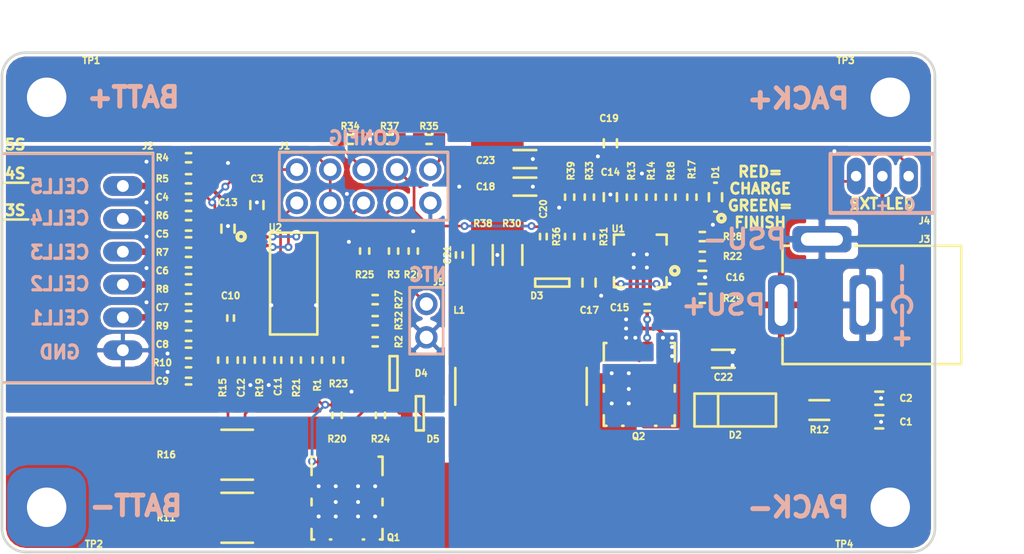
<source format=kicad_pcb>
(kicad_pcb (version 20211014) (generator pcbnew)
  (layers (0 "F.Cu" signal) (31 "B.Cu" signal) (34 "B.Paste" user) (35 "F.Paste" user) (36 "B.SilkS" user "B.Silkscreen") (37 "F.SilkS" user "F.Silkscreen") (38 "B.Mask" user) (39 "F.Mask" user) (44 "Edge.Cuts" user))
  (net 0 "")
  (net 1 "Net-(C3-Pad1)")
  (net 2 "/AVDD")
  (net 3 "Net-(C6-Pad2)")
  (net 4 "Net-(C7-Pad2)")
  (net 5 "Net-(C9-Pad2)")
  (net 6 "GND")
  (net 7 "Net-(C10-Pad2)")
  (net 8 "Net-(C10-Pad1)")
  (net 9 "Net-(R21-Pad2)")
  (net 10 "Net-(D4-Pad2)")
  (net 11 "Net-(U2-Pad15)")
  (net 12 "Net-(R27-Pad2)")
  (net 13 "/CCFG")
  (net 14 "Net-(U2-Pad21)")
  (net 15 "Net-(R25-Pad2)")
  (net 16 "Net-(D4-Pad1)")
  (net 17 "Net-(Q1-Pad3)")
  (net 18 "/PACK+")
  (net 19 "Net-(Q1-Pad2)")
  (net 20 "Net-(Q1-Pad4)")
  (net 21 "Net-(R2-Pad2)")
  (net 22 "Net-(R1-Pad2)")
  (net 23 "Net-(J2-Pad4)")
  (net 24 "Net-(J2-Pad5)")
  (net 25 "Net-(J2-Pad3)")
  (net 26 "Net-(J2-Pad2)")
  (net 27 "Net-(R3-Pad2)")
  (net 28 "Net-(J2-Pad6)")
  (net 29 "Net-(C15-Pad2)")
  (net 30 "Net-(C17-Pad1)")
  (net 31 "Net-(C15-Pad1)")
  (net 32 "Net-(Q2-Pad3)")
  (net 33 "Net-(Q2-Pad1)")
  (net 34 "+24V")
  (net 35 "Net-(C1-Pad2)")
  (net 36 "Net-(C16-Pad1)")
  (net 37 "Net-(R22-Pad1)")
  (net 38 "/TS")
  (net 39 "/VREF")
  (net 40 "Net-(D1-Pad4)")
  (net 41 "Net-(C21-Pad1)")
  (net 42 "Net-(J1-Pad1)")
  (net 43 "Net-(J1-Pad5)")
  (net 44 "Net-(R17-Pad1)")
  (net 45 "Net-(R18-Pad1)")
  (net 46 "/VFB")
  (net 47 "/VC5")
  (net 48 "/VC4")
  (net 49 "/VC3")
  (net 50 "GNDPWR")
  (net 51 "Net-(D1-Pad2)")
  (net 52 "Net-(C22-Pad1)")
  (net 53 "Net-(R35-Pad2)")
  (net 54 "/BATT-")
  (net 55 "Net-(R33-Pad1)")
  (net 56 "Net-(J5-Pad1)")
  (footprint "RENDER:R1206" (layer "F.Cu") (at 151.6 73.4 90)
    (fp_text reference "R38")
    (fp_text value "39m" hide)
  )
  (footprint "RENDER:SOT-23Z" (layer "F.Cu") (at 146.8 85.45 180)
    (fp_text reference "D5")
    (fp_text value "10V" hide)
  )
  (footprint "RENDER:R0603" (layer "F.Cu") (at 129.2 67.6 180)
    (fp_text reference "R5")
    (fp_text value "1K")
  )
  (footprint "RENDER:R0603" (layer "F.Cu") (at 129.2 70.4 180)
    (fp_text reference "R6")
    (fp_text value "1K")
  )
  (footprint "RENDER:TSSOP-24" (layer "F.Cu") (at 137.2 75.6)
    (fp_text reference "U2")
    (fp_text value "BQ77915" hide)
  )
  (footprint "RENDER:R0603" (layer "F.Cu") (at 129.2 73.2 180)
    (fp_text reference "R7")
    (fp_text value "1K")
  )
  (footprint "RENDER:R0603" (layer "F.Cu") (at 129.2 66 180)
    (fp_text reference "R4")
    (fp_text value "1K")
  )
  (footprint "RENDER:SRN1060" (layer "F.Cu") (at 154.5 83.4 90)
    (fp_text reference "L1")
    (fp_text value "10u" hide)
  )
  (footprint "RENDER:SOD-128" (layer "F.Cu") (at 170.8 85.2)
    (fp_text reference "D2")
    (fp_text value "Schottky" hide)
  )
  (footprint "RENDER:C0603" (layer "F.Cu") (at 129.2 83)
    (fp_text reference "C9")
    (fp_text value "100n" hide)
  )
  (footprint "RENDER:C0603" (layer "F.Cu") (at 133.2 81.4 -90)
    (fp_text reference "C12")
    (fp_text value "100n" hide)
  )
  (footprint "RENDER:R0603" (layer "F.Cu") (at 129.2 81.6 180)
    (fp_text reference "R10")
    (fp_text value "1K")
  )
  (footprint "RENDER:R0603" (layer "F.Cu") (at 131.8 81.4 90)
    (fp_text reference "R15")
    (fp_text value "100R")
  )
  (footprint "RENDER:C0603" (layer "F.Cu") (at 129.2 71.8 180)
    (fp_text reference "C5")
    (fp_text value "100n" hide)
  )
  (footprint "RENDER:C0603" (layer "F.Cu") (at 129.2 77.4 180)
    (fp_text reference "C7")
    (fp_text value "100n" hide)
  )
  (footprint "RENDER:R0603" (layer "F.Cu") (at 140.6 81.4 90)
    (fp_text reference "R23")
    (fp_text value "1M")
  )
  (footprint "RENDER:R0603" (layer "F.Cu") (at 143.4 76.8 180)
    (fp_text reference "R27")
    (fp_text value "100k")
  )
  (footprint "RENDER:R0603" (layer "F.Cu") (at 134.6 81.4 90)
    (fp_text reference "R19")
    (fp_text value "100R")
  )
  (footprint "RENDER:R0603" (layer "F.Cu") (at 143.4 80 180)
    (fp_text reference "R2")
    (fp_text value "1M")
  )
  (footprint "RENDER:R0603" (layer "F.Cu") (at 129.2 76 180)
    (fp_text reference "R8")
    (fp_text value "1K")
  )
  (footprint "RENDER:R0603" (layer "F.Cu") (at 129.2 78.8 180)
    (fp_text reference "R9")
    (fp_text value "1K")
  )
  (footprint "RENDER:SO8FLDual" (layer "F.Cu") (at 141.26 89.15 180)
    (fp_text reference "Q1")
    (fp_text value "NMOS" hide)
  )
  (footprint "RENDER:C0603" (layer "F.Cu") (at 129.2 74.6 180)
    (fp_text reference "C6")
    (fp_text value "100n" hide)
  )
  (footprint "RENDER:C0603" (layer "F.Cu") (at 132.4 78.2 90)
    (fp_text reference "C10")
    (fp_text value "100n" hide)
  )
  (footprint "RENDER:R2512SNS" (layer "F.Cu") (at 132.9 88.6 180)
    (fp_text reference "R16")
    (fp_text value "8m" hide)
  )
  (footprint "RENDER:R0603" (layer "F.Cu") (at 146.3 73.1 -90)
    (fp_text reference "R26")
    (fp_text value "10k")
  )
  (footprint "RENDER:R0603" (layer "F.Cu") (at 143.8 85.6 90)
    (fp_text reference "R24")
    (fp_text value "3M3")
  )
  (footprint "RENDER:R0603" (layer "F.Cu") (at 137.4 81.4 90)
    (fp_text reference "R21")
    (fp_text value "10k")
  )
  (footprint "RENDER:C0603" (layer "F.Cu") (at 129.2 69 180)
    (fp_text reference "C4")
    (fp_text value "100n" hide)
  )
  (footprint "RENDER:R0603" (layer "F.Cu") (at 140.5 85.6 90)
    (fp_text reference "R20")
    (fp_text value "1M")
  )
  (footprint "RENDER:R0603" (layer "F.Cu") (at 168.3 72 180)
    (fp_text reference "R28")
    (fp_text value "75K")
  )
  (footprint "RENDER:Pad_6mm" (layer "F.Cu") (at 118.4 92.6)
    (fp_text reference "TP2")
    (fp_text value "BATT-" hide)
  )
  (footprint "RENDER:Pad_6mm" (layer "F.Cu") (at 118.4 61.4)
    (fp_text reference "TP1")
    (fp_text value "BATT+" hide)
  )
  (footprint "RENDER:R0603" (layer "F.Cu") (at 144.8 73.1 90)
    (fp_text reference "R3")
    (fp_text value "10k")
  )
  (footprint "RENDER:R0603" (layer "F.Cu") (at 142.6 73.1 -90)
    (fp_text reference "R25")
    (fp_text value "10k")
  )
  (footprint "RENDER:JSTXH_S6B" (layer "F.Cu") (at 124.2 74.4 90)
    (fp_text reference "J2")
    (fp_text value "BATT" hide)
  )
  (footprint "RENDER:SOT-23Z" (layer "F.Cu") (at 156.877228 75.504922 -90)
    (fp_text reference "D3")
    (fp_text value "Schottky" hide)
  )
  (footprint "RENDER:R0603" (layer "F.Cu") (at 168.3 76.7)
    (fp_text reference "R29")
    (fp_text value "10R")
  )
  (footprint "RENDER:R0603" (layer "F.Cu") (at 159.7 72 -90)
    (fp_text reference "R31")
    (fp_text value "1M")
  )
  (footprint "RENDER:SO8FLDual" (layer "F.Cu") (at 163.5 80.5 180)
    (fp_text reference "Q2")
    (fp_text value "NMOS" hide)
  )
  (footprint "RENDER:R0603" (layer "F.Cu") (at 159.7 69 -90)
    (fp_text reference "R33")
    (fp_text value "100k")
  )
  (footprint "RENDER:R0603" (layer "F.Cu") (at 162.9 69 90)
    (fp_text reference "R13")
    (fp_text value "10K")
  )
  (footprint "RENDER:R0603" (layer "F.Cu") (at 164.4 69 -90)
    (fp_text reference "R14")
    (fp_text value "10K")
  )
  (footprint "RENDER:R0603" (layer "F.Cu") (at 165.9 69 90)
    (fp_text reference "R18")
    (fp_text value "10k")
  )
  (footprint "RENDER:R0603" (layer "F.Cu") (at 168.3 73.5)
    (fp_text reference "R22")
    (fp_text value "1M")
  )
  (footprint "RENDER:C0805" (layer "F.Cu") (at 161.3 69 -90)
    (fp_text reference "C14")
    (fp_text value "1u" hide)
  )
  (footprint "RENDER:C0805" (layer "F.Cu") (at 181.763069 84.3 180)
    (fp_text reference "C2")
    (fp_text value "1u" hide)
  )
  (footprint "RENDER:C0805" (layer "F.Cu") (at 181.763069 86.1 180)
    (fp_text reference "C1")
    (fp_text value "1u" hide)
  )
  (footprint "RENDER:R0603" (layer "F.Cu") (at 147.5 64.6 180)
    (fp_text reference "R35")
    (fp_text value "249k")
  )
  (footprint "RENDER:DC_Jack" (layer "F.Cu") (at 177.4 77.2)
    (fp_text reference "J3")
    (fp_text value "DC Jack" hide)
  )
  (footprint "RENDER:R1206" (layer "F.Cu") (at 153.85 73.4 90)
    (fp_text reference "R30")
    (fp_text value "39m" hide)
  )
  (footprint "RENDER:Pad_6mm" (layer "F.Cu") (at 182.6 61.4)
    (fp_text reference "TP3")
    (fp_text value "PACK+" hide)
  )
  (footprint "RENDER:Pad_6mm" (layer "F.Cu") (at 182.6 92.6)
    (fp_text reference "TP4")
    (fp_text value "PACK-" hide)
  )
  (footprint "RENDER:R0603" (layer "F.Cu") (at 144.5 64.6 180)
    (fp_text reference "R37")
    (fp_text value "249k")
  )
  (footprint "RENDER:C0805" (layer "F.Cu") (at 159.677228 75.504922 -90)
    (fp_text reference "C17")
    (fp_text value "1u" hide)
  )
  (footprint "RENDER:R0603" (layer "F.Cu") (at 167.5 69 90)
    (fp_text reference "R17")
    (fp_text value "10k")
  )
  (footprint "RENDER:C0603" (layer "F.Cu") (at 164.1 77.4 180)
    (fp_text reference "C15")
    (fp_text value "100n" hide)
  )
  (footprint "RENDER:QFN16" (layer "F.Cu") (at 163.577228 73.854922 180)
    (fp_text reference "U1")
    (fp_text value "BQ24650")
  )
  (footprint "RENDER:KingBright_KPTB" (layer "F.Cu") (at 169.3 69 -90)
    (fp_text reference "D1")
    (fp_text value "RED/GREEN" hide)
  )
  (footprint "RENDER:C0603" (layer "F.Cu") (at 149.8 73.4 90)
    (fp_text reference "C21")
    (fp_text value "100n" hide)
  )
  (footprint "RENDER:C1206" (layer "F.Cu") (at 169.9 81.3)
    (fp_text reference "C22")
    (fp_text value "10u" hide)
  )
  (footprint "RENDER:C1206" (layer "F.Cu") (at 154.8 66.1)
    (fp_text reference "C23")
    (fp_text value "10u" hide)
  )
  (footprint "RENDER:C1206" (layer "F.Cu") (at 154.8 68.2)
    (fp_text reference "C18")
    (fp_text value "10u" hide)
  )
  (footprint "RENDER:JSTPH_3P" (layer "F.Cu") (at 182 67.4 180)
    (fp_text reference "J4")
    (fp_text value "EXTLED" hide)
  )
  (footprint "RENDER:R0603" (layer "F.Cu") (at 158.2 69 90)
    (fp_text reference "R39")
    (fp_text value "100k")
  )
  (footprint "RENDER:C0805" (layer "F.Cu") (at 161.3 64.9 90)
    (fp_text reference "C19")
    (fp_text value "1u" hide)
  )
  (footprint "RENDER:R1206" (layer "F.Cu") (at 177.2 85.2 180)
    (fp_text reference "R12")
    (fp_text value "2R" hide)
  )
  (footprint "RENDER:2P_2.54mm_header" (layer "F.Cu") (at 147.3 78.4 -90)
    (fp_text reference "J5")
    (fp_text value "NTC")
  )
  (footprint "RENDER:C0603" (layer "F.Cu") (at 129.2 80.2 180)
    (fp_text reference "C8")
    (fp_text value "100n" hide)
  )
  (footprint "RENDER:R0603" (layer "F.Cu") (at 139 81.4 90)
    (fp_text reference "R1")
    (fp_text value "10k")
  )
  (footprint "RENDER:C0603" (layer "F.Cu") (at 136 81.4 90)
    (fp_text reference "C11")
    (fp_text value "100n" hide)
  )
  (footprint "RENDER:R0603" (layer "F.Cu") (at 143.4 78.4 180)
    (fp_text reference "R32")
    (fp_text value "1M")
  )
  (footprint "RENDER:C0805" (layer "F.Cu") (at 168.3 75.104922)
    (fp_text reference "C16")
    (fp_text value "1u" hide)
  )
  (footprint "RENDER:R2512SNS" (layer "F.Cu") (at 132.9 93.4 180)
    (fp_text reference "R11")
    (fp_text value "8m" hide)
  )
  (footprint "RENDER:R0603" (layer "F.Cu") (at 141.5 64.6)
    (fp_text reference "R34")
    (fp_text value "249k")
  )
  (footprint "RENDER:PinHeader_2x05_P2.54mm_Vertical" (layer "F.Cu") (at 147.6 66.9 -90)
    (fp_text reference "J1")
    (fp_text value "CONFIG")
  )
  (footprint "RENDER:C0805" (layer "F.Cu") (at 134.4 69.6 90)
    (fp_text reference "C3")
    (fp_text value "1u")
  )
  (footprint "RENDER:C0805" (layer "F.Cu") (at 132.2 71.4 90)
    (fp_text reference "C13")
    (fp_text value "1u")
  )
  (footprint "RENDER:R0603" (layer "F.Cu") (at 158.2 72 -90)
    (fp_text reference "R36")
    (fp_text value "33M")
  )
  (footprint "RENDER:C0603" (layer "F.Cu") (at 156.2 72 90)
    (fp_text reference "C20")
    (fp_text value "18p" hide)
  )
  (footprint "RENDER:SOT-23Z" (layer "F.Cu") (at 144.8 82.4)
    (fp_text reference "D4")
    (fp_text value "Schottky" hide)
  )
  (gr_line (start 183.5 75.75) (end 183.5 76.5) (layer "B.SilkS") (width 0.3))
  (gr_line (start 183.5 80.25) (end 183.5 79.25) (layer "B.SilkS") (width 0.3))
  (gr_line (start 184 79.75) (end 183 79.75) (layer "B.SilkS") (width 0.3))
  (gr_line (start 148.95 70.75) (end 136.1 70.75) (layer "B.SilkS") (width 0.2))
  (gr_line (start 136.1 65.6) (end 148.95 65.6) (layer "B.SilkS") (width 0.2))
  (gr_line (start 136.1 70.75) (end 136.1 65.6) (layer "B.SilkS") (width 0.2))
  (gr_line (start 148.95 65.6) (end 148.95 70.75) (layer "B.SilkS") (width 0.2))
  (gr_line (start 146.025 80.925) (end 148.575 80.925) (layer "B.SilkS") (width 0.2))
  (gr_line (start 126.5 83.1) (end 115 83.1) (layer "B.SilkS") (width 0.2))
  (gr_line (start 148.575 80.925) (end 148.575 75.875) (layer "B.SilkS") (width 0.2))
  (gr_line (start 183.5 77.25) (end 183.5 78.75) (layer "B.SilkS") (width 0.3))
  (gr_line (start 185.95 70.2) (end 178.05 70.2) (layer "B.SilkS") (width 0.3))
  (gr_line (start 178.05 65.7) (end 185.95 65.7) (layer "B.SilkS") (width 0.3))
  (gr_line (start 146.025 75.875) (end 148.575 75.875) (layer "B.SilkS") (width 0.2))
  (gr_arc (start 183.000001 77.749999) (mid 183.5 76.542895) (end 183.999999 77.749999) (layer "B.SilkS") (width 0.3))
  (gr_line (start 183.5 75.25) (end 183.5 74.25) (layer "B.SilkS") (width 0.3))
  (gr_line (start 185.95 65.7) (end 185.95 70.2) (layer "B.SilkS") (width 0.3))
  (gr_line (start 146.025 75.875) (end 146.025 80.925) (layer "B.SilkS") (width 0.2))
  (gr_line (start 126.5 65.7) (end 115 65.7) (layer "B.SilkS") (width 0.2))
  (gr_line (start 178.05 70.2) (end 178.05 65.7) (layer "B.SilkS") (width 0.3))
  (gr_line (start 126.5 83.1) (end 126.5 65.7) (layer "B.SilkS") (width 0.2))
  (gr_circle (center 166.2 74.6) (end 166.1 74.7) (layer "F.SilkS") (width 0.3) (fill none))
  (gr_line (start 115 67.9) (end 117 67.9) (layer "F.SilkS") (width 0.2))
  (gr_line (start 115 70.7) (end 117 70.7) (layer "F.SilkS") (width 0.2))
  (gr_circle (center 133.2 72) (end 133.1 72.1) (layer "F.SilkS") (width 0.3) (fill none))
  (gr_circle (center 169.75 70.6) (end 169.8 70.7) (layer "F.SilkS") (width 0.3) (fill none))
  (gr_line (start 184.2 58) (end 116.8 58) (layer "Edge.Cuts") (width 0.2))
  (gr_arc (start 184.2 58) (mid 185.472792 58.527208) (end 186 59.8) (layer "Edge.Cuts") (width 0.2))
  (gr_arc (start 186 94.2) (mid 185.472792 95.472792) (end 184.2 96) (layer "Edge.Cuts") (width 0.2))
  (gr_line (start 186 59.8) (end 186 94.2) (layer "Edge.Cuts") (width 0.2))
  (gr_line (start 184.2 96) (end 116.8 96) (layer "Edge.Cuts") (width 0.2))
  (gr_arc (start 116.8 96) (mid 115.527208 95.472792) (end 115 94.2) (layer "Edge.Cuts") (width 0.2))
  (gr_line (start 115 59.8) (end 115 94.2) (layer "Edge.Cuts") (width 0.2))
  (gr_arc (start 115 59.8) (mid 115.527208 58.527208) (end 116.8 58) (layer "Edge.Cuts") (width 0.2))
  (gr_text "PACK-" (at 175.6 92.6) (layer "B.SilkS") (effects (font (size 1.5 1.5) (thickness 0.375)) (justify mirror)))
  (gr_text "CELL2" (at 119.4 75.6) (layer "B.SilkS") (effects (font (size 1 1) (thickness 0.25)) (justify mirror)))
  (gr_text "GND" (at 119.4 80.8) (layer "B.SilkS") (effects (font (size 1 1) (thickness 0.25)) (justify mirror)))
  (gr_text "CELL5" (at 119.4 68.2) (layer "B.SilkS") (effects (font (size 1 1) (thickness 0.25)) (justify mirror)))
  (gr_text "CELL1" (at 119.4 78.2) (layer "B.SilkS") (effects (font (size 1 1) (thickness 0.25)) (justify mirror)))
  (gr_text "PACK+" (at 175.6 61.5) (layer "B.SilkS") (effects (font (size 1.5 1.5) (thickness 0.375)) (justify mirror)))
  (gr_text "BATT-" (at 125.2 92.5) (layer "B.SilkS") (effects (font (size 1.5 1.5) (thickness 0.375)) (justify mirror)))
  (gr_text "CELL4" (at 119.4 70.6) (layer "B.SilkS") (effects (font (size 1 1) (thickness 0.25)) (justify mirror)))
  (gr_text "CELL3" (at 119.4 73.2) (layer "B.SilkS") (effects (font (size 1 1) (thickness 0.25)) (justify mirror)))
  (gr_text "PSU+" (at 169.9 77.2) (layer "B.SilkS") (effects (font (size 1.5 1.5) (thickness 0.3)) (justify mirror)))
  (gr_text "CONFIG" (at 142.6 64.5) (layer "B.SilkS") (effects (font (size 1 1) (thickness 0.25)) (justify mirror)))
  (gr_text "G  +  R" (at 182 69.6) (layer "B.SilkS") (effects (font (size 0.8 0.8) (thickness 0.2)) (justify mirror)))
  (gr_text "NTC" (at 147.4 74.9) (layer "B.SilkS") (effects (font (size 1 1) (thickness 0.25)) (justify mirror)))
  (gr_text "BATT+" (at 125 61.4) (layer "B.SilkS") (effects (font (size 1.5 1.5) (thickness 0.375)) (justify mirror)))
  (gr_text "PSU-" (at 171.5 72.2) (layer "B.SilkS") (effects (font (size 1.5 1.5) (thickness 0.3)) (justify mirror)))
  (gr_text "4S" (at 116 67.2) (layer "F.SilkS") (effects (font (size 0.8 0.8) (thickness 0.2))))
  (gr_text "3S" (at 116 70) (layer "F.SilkS") (effects (font (size 0.8 0.8) (thickness 0.2))))
  (gr_text "RED=\nCHARGE\nGREEN=\nFINISH" (at 172.7 69) (layer "F.SilkS") (effects (font (size 0.8 0.8) (thickness 0.2))))
  (gr_text "EXT LED" (at 182 69.5) (layer "F.SilkS") (effects (font (size 0.8 0.8) (thickness 0.2))))
  (gr_text "5S" (at 116 65) (layer "F.SilkS") (effects (font (size 0.8 0.8) (thickness 0.2))))
  (segment (start 134.45 70.6) (end 134.45 71.975) (width 0.3) (layer "F.Cu") (net 1))
  (segment (start 131.8 69.2) (end 133 69.2) (width 0.3) (layer "F.Cu") (net 1))
  (segment (start 129.9875 66) (end 130.6 66) (width 0.3) (layer "F.Cu") (net 1))
  (segment (start 131 66.4) (end 131 68.4) (width 0.3) (layer "F.Cu") (net 1))
  (segment (start 134.4 72.025) (end 135.575 72.025) (width 0.2032) (layer "F.Cu") (net 1))
  (segment (start 134.45 71.975) (end 134.4 72.025) (width 0.2032) (layer "F.Cu") (net 1))
  (segment (start 133 69.2) (end 134.4 70.6) (width 0.3) (layer "F.Cu") (net 1))
  (segment (start 135.575 72.025) (end 135.6 72) (width 0.2032) (layer "F.Cu") (net 1))
  (segment (start 130.6 66) (end 131 66.4) (width 0.3) (layer "F.Cu") (net 1))
  (segment (start 131 68.4) (end 131.8 69.2) (width 0.3) (layer "F.Cu") (net 1))
  (segment (start 129.9875 66) (end 130.2 66) (width 0.3) (layer "F.Cu") (net 1))
  (segment (start 142.6 71.9) (end 142.2 71.5) (width 0.2032) (layer "F.Cu") (net 1))
  (segment (start 142.6 72.6125) (end 142.6 71.9) (width 0.2032) (layer "F.Cu") (net 1))
  (segment (start 142.2 71.5) (end 137.9 71.5) (width 0.2032) (layer "F.Cu") (net 1))
  (segment (start 137.9 71.5) (end 137.4 72) (width 0.2032) (layer "F.Cu") (net 1))
  (via (at 135.6 72) (size 0.6) (drill 0.3) (layers "F.Cu" "B.Cu") (net 1))
  (via (at 137.4 72) (size 0.6) (drill 0.3) (layers "F.Cu" "B.Cu") (net 1))
  (segment (start 135.6 72) (end 137.4 72) (width 0.2032) (layer "B.Cu") (net 1))
  (segment (start 135.475 72.675) (end 134.4 72.675) (width 0.2032) (layer "F.Cu") (net 2))
  (segment (start 140.66 70.7) (end 141.26 70.7) (width 0.2032) (layer "F.Cu") (net 2))
  (segment (start 141.26 70.7) (end 142.52 69.44) (width 0.2032) (layer "F.Cu") (net 2))
  (segment (start 136.8 71.6) (end 137.7 70.7) (width 0.2032) (layer "F.Cu") (net 2))
  (segment (start 136.8 72.8) (end 136.8 71.6) (width 0.2032) (layer "F.Cu") (net 2))
  (segment (start 137.7 70.7) (end 140.66 70.7) (width 0.2032) (layer "F.Cu") (net 2))
  (segment (start 135.6 72.8) (end 135.475 72.675) (width 0.2032) (layer "F.Cu") (net 2))
  (segment (start 134.4 72.675) (end 132.525 72.675) (width 0.2032) (layer "F.Cu") (net 2))
  (segment (start 132.525 72.675) (end 132.4 72.55) (width 0.2032) (layer "F.Cu") (net 2))
  (via (at 135.6 72.8) (size 0.6) (drill 0.3) (layers "F.Cu" "B.Cu") (net 2))
  (via (at 136.8 72.8) (size 0.6) (drill 0.3) (layers "F.Cu" "B.Cu") (net 2))
  (segment (start 136.8 72.8) (end 135.6 72.8) (width 0.2032) (layer "B.Cu") (net 2))
  (segment (start 129.9875 77.3625) (end 129.95 77.4) (width 0.2032) (layer "F.Cu") (net 3))
  (segment (start 129.9875 76) (end 129.9875 77.3625) (width 0.2032) (layer "F.Cu") (net 3))
  (segment (start 128.45 74.6) (end 128.5875 74.6) (width 0.2032) (layer "F.Cu") (net 3))
  (segment (start 128.5875 74.6) (end 129.9875 76) (width 0.2032) (layer "F.Cu") (net 3))
  (segment (start 131.325 75.275) (end 130.6 76) (width 0.2032) (layer "F.Cu") (net 3))
  (segment (start 130.6 76) (end 129.9875 76) (width 0.2032) (layer "F.Cu") (net 3))
  (segment (start 134.4 75.275) (end 131.325 75.275) (width 0.2032) (layer "F.Cu") (net 3))
  (segment (start 129.9875 80.1625) (end 129.95 80.2) (width 0.2032) (layer "F.Cu") (net 4))
  (segment (start 128.45 77.4) (end 128.5875 77.4) (width 0.2032) (layer "F.Cu") (net 4))
  (segment (start 128.5875 77.4) (end 129.9875 78.8) (width 0.2032) (layer "F.Cu") (net 4))
  (segment (start 129.9875 78.8) (end 129.9875 80.1625) (width 0.2032) (layer "F.Cu") (net 4))
  (segment (start 134.4 75.925) (end 131.475 75.925) (width 0.2032) (layer "F.Cu") (net 4))
  (segment (start 130.8 78.5) (end 130.5 78.8) (width 0.2032) (layer "F.Cu") (net 4))
  (segment (start 130.5 78.8) (end 129.9875 78.8) (width 0.2032) (layer "F.Cu") (net 4))
  (segment (start 130.8 76.6) (end 130.8 78.5) (width 0.2032) (layer "F.Cu") (net 4))
  (segment (start 131.475 75.925) (end 130.8 76.6) (width 0.2032) (layer "F.Cu") (net 4))
  (segment (start 129.9875 81.6) (end 129.9875 82.9625) (width 0.2032) (layer "F.Cu") (net 5))
  (segment (start 129.9875 82.7625) (end 129.95 82.8) (width 0.2032) (layer "F.Cu") (net 5))
  (segment (start 129.9875 82.9625) (end 129.95 83) (width 0.2032) (layer "F.Cu") (net 5))
  (segment (start 131.625 76.575) (end 131.2 77) (width 0.2032) (layer "F.Cu") (net 5))
  (segment (start 131.2 77) (end 131.2 79.6) (width 0.2032) (layer "F.Cu") (net 5))
  (segment (start 134.4 76.575) (end 131.625 76.575) (width 0.2032) (layer "F.Cu") (net 5))
  (segment (start 130.8 80.7875) (end 130.5875 81) (width 0.2032) (layer "F.Cu") (net 5))
  (segment (start 131.2 79.6) (end 130.8 80) (width 0.2032) (layer "F.Cu") (net 5))
  (segment (start 130.5875 81) (end 129.9875 81.6) (width 0.2032) (layer "F.Cu") (net 5))
  (segment (start 130.8 80) (end 130.8 80.7875) (width 0.2032) (layer "F.Cu") (net 5))
  (segment (start 140 72.675) (end 140 72.025) (width 0.2032) (layer "F.Cu") (net 6))
  (segment (start 140 77.225) (end 138.9 77.225) (width 0.2032) (layer "F.Cu") (net 6))
  (segment (start 134.4 77.225) (end 135.5 77.225) (width 0.2032) (layer "F.Cu") (net 6))
  (via (at 126 74.4) (size 0.6) (drill 0.3) (layers "F.Cu" "B.Cu") (net 6))
  (via (at 141.4 72.4) (size 0.6) (drill 0.3) (layers "F.Cu" "B.Cu") (net 6))
  (via (at 132.2 71.2) (size 0.6) (drill 0.3) (layers "F.Cu" "B.Cu") (net 6))
  (via (at 126 77) (size 0.6) (drill 0.3) (layers "F.Cu" "B.Cu") (net 6))
  (via (at 134.4 69.4) (size 0.6) (drill 0.3) (layers "F.Cu" "B.Cu") (net 6))
  (via (at 126 66.3) (size 0.6) (drill 0.3) (layers "F.Cu" "B.Cu") (net 6))
  (via (at 133.9 83.3) (size 0.6) (drill 0.3) (layers "F.Cu" "B.Cu") (net 6))
  (via (at 135.3 83.3) (size 0.6) (drill 0.3) (layers "F.Cu" "B.Cu") (net 6))
  (via (at 135.5 77.225) (size 0.6) (drill 0.3) (layers "F.Cu" "B.Cu") (net 6))
  (via (at 132.2 66.4) (size 0.6) (drill 0.3) (layers "F.Cu" "B.Cu") (net 6))
  (via (at 126 72) (size 0.6) (drill 0.3) (layers "F.Cu" "B.Cu") (net 6))
  (via (at 138.9 77.225) (size 0.6) (drill 0.3) (layers "F.Cu" "B.Cu") (net 6))
  (via (at 126 69.4) (size 0.6) (drill 0.3) (layers "F.Cu" "B.Cu") (net 6))
  (via (at 146.3 71.6) (size 0.6) (drill 0.3) (layers "F.Cu" "B.Cu") (net 6))
  (via (at 127.6 82.3) (size 0.6) (drill 0.3) (layers "F.Cu" "B.Cu") (net 6))
  (via (at 141.6 83.8) (size 0.6) (drill 0.3) (layers "F.Cu" "B.Cu") (net 6))
  (via (at 141.25 68.75) (size 0.6) (drill 0.3) (layers "F.Cu" "B.Cu") (net 6))
  (via (at 127.6 80.9) (size 0.6) (drill 0.3) (layers "F.Cu" "B.Cu") (net 6))
  (segment (start 131.95 77.45) (end 132.4 77.45) (width 0.2032) (layer "F.Cu") (net 7))
  (segment (start 133.375 77.875) (end 132.95 77.45) (width 0.2032) (layer "F.Cu") (net 7))
  (segment (start 132.95 77.45) (end 132.4 77.45) (width 0.2032) (layer "F.Cu") (net 7))
  (segment (start 134.4 77.875) (end 133.375 77.875) (width 0.2032) (layer "F.Cu") (net 7))
  (segment (start 131.8 80.6125) (end 133.1625 80.6125) (width 0.2032) (layer "F.Cu") (net 7))
  (segment (start 133.1625 80.6125) (end 133.2 80.65) (width 0.2032) (layer "F.Cu") (net 7))
  (segment (start 131.6375 80.6125) (end 131.6 80.65) (width 0.2032) (layer "F.Cu") (net 7))
  (segment (start 131.8 79.8) (end 131.6 79.6) (width 0.2032) (layer "F.Cu") (net 7))
  (segment (start 131.6 77.8) (end 131.95 77.45) (width 0.2032) (layer "F.Cu") (net 7))
  (segment (start 131.8 80.6125) (end 131.8 79.8) (width 0.2032) (layer "F.Cu") (net 7))
  (segment (start 131.6 79.6) (end 131.6 77.8) (width 0.2032) (layer "F.Cu") (net 7))
  (segment (start 135.9625 80.6125) (end 136 80.65) (width 0.2032) (layer "F.Cu") (net 8))
  (segment (start 134.4 78.525) (end 133.375 78.525) (width 0.2032) (layer "F.Cu") (net 8))
  (segment (start 133.375 78.525) (end 132.95 78.95) (width 0.2032) (layer "F.Cu") (net 8))
  (segment (start 134.6 80.6125) (end 135.9625 80.6125) (width 0.2032) (layer "F.Cu") (net 8))
  (segment (start 132.95 78.95) (end 132.4 78.95) (width 0.2032) (layer "F.Cu") (net 8))
  (segment (start 132.4 78.95) (end 132.4 79.5) (width 0.2032) (layer "F.Cu") (net 8))
  (segment (start 132.4 79.5) (end 132.7 79.8) (width 0.2032) (layer "F.Cu") (net 8))
  (segment (start 134.6 80) (end 134.6 80.6125) (width 0.2032) (layer "F.Cu") (net 8))
  (segment (start 132.7 79.8) (end 134.4 79.8) (width 0.2032) (layer "F.Cu") (net 8))
  (segment (start 134.4 79.8) (end 134.6 80) (width 0.2032) (layer "F.Cu") (net 8))
  (segment (start 134.4 79.175) (end 136.575 79.175) (width 0.2032) (layer "F.Cu") (net 9))
  (segment (start 136.575 79.175) (end 137.4 80) (width 0.2032) (layer "F.Cu") (net 9))
  (segment (start 137.4 80) (end 137.4 80.6125) (width 0.2032) (layer "F.Cu") (net 9))
  (segment (start 139.025 82.1875) (end 140.6 80.6125) (width 0.2032) (layer "F.Cu") (net 10))
  (segment (start 139 82.1875) (end 139.025 82.1875) (width 0.2032) (layer "F.Cu") (net 10))
  (segment (start 143.8 81.45) (end 142.35 81.45) (width 0.2032) (layer "F.Cu") (net 10))
  (segment (start 141.5125 80.6125) (end 140.6 80.6125) (width 0.2032) (layer "F.Cu") (net 10))
  (segment (start 142.35 81.45) (end 141.5125 80.6125) (width 0.2032) (layer "F.Cu") (net 10))
  (segment (start 140 76.575) (end 141.275 76.575) (width 0.2032) (layer "F.Cu") (net 12))
  (segment (start 141.275 76.575) (end 141.5 76.8) (width 0.2032) (layer "F.Cu") (net 12))
  (segment (start 141.5 76.8) (end 142.6125 76.8) (width 0.2032) (layer "F.Cu") (net 12))
  (segment (start 141.3 74.8) (end 143.2 74.8) (width 0.2032) (layer "F.Cu") (net 13))
  (segment (start 141.125 74.625) (end 141.3 74.8) (width 0.2032) (layer "F.Cu") (net 13))
  (segment (start 140 74.625) (end 141.125 74.625) (width 0.2032) (layer "F.Cu") (net 13))
  (segment (start 143.5 71) (end 145.06 69.44) (width 0.2032) (layer "F.Cu") (net 13))
  (segment (start 143.2 74.8) (end 143.5 74.5) (width 0.2032) (layer "F.Cu") (net 13))
  (segment (start 143.5 74.5) (end 143.5 71) (width 0.2032) (layer "F.Cu") (net 13))
  (segment (start 140 73.325) (end 141.125 73.325) (width 0.2032) (layer "F.Cu") (net 15))
  (segment (start 141.125 73.325) (end 141.6875 73.8875) (width 0.2032) (layer "F.Cu") (net 15))
  (segment (start 141.6875 73.8875) (end 142.6 73.8875) (width 0.2032) (layer "F.Cu") (net 15))
  (segment (start 141.895 89.15) (end 141.975 89.07) (width 0.2032) (layer "F.Cu") (net 16))
  (segment (start 144.6125 84.8125) (end 145.25 85.45) (width 0.2032) (layer "F.Cu") (net 16))
  (segment (start 142.9875 84.8125) (end 143.8 84.8125) (width 0.2032) (layer "F.Cu") (net 16))
  (segment (start 141.895 86.2) (end 141.895 85.905) (width 0.2032) (layer "F.Cu") (net 16))
  (segment (start 145.25 85.45) (end 145.8 85.45) (width 0.2032) (layer "F.Cu") (net 16))
  (segment (start 141.895 85.905) (end 142.9875 84.8125) (width 0.2032) (layer "F.Cu") (net 16))
  (segment (start 141.4125 82.4) (end 141.2 82.1875) (width 0.2032) (layer "F.Cu") (net 16))
  (segment (start 145.8 82.4) (end 145.8 85.45) (width 0.2032) (layer "F.Cu") (net 16))
  (segment (start 141.895 89.15) (end 141.895 86.2) (width 0.2032) (layer "F.Cu") (net 16))
  (segment (start 143.8 84.8125) (end 144.6125 84.8125) (width 0.2032) (layer "F.Cu") (net 16))
  (segment (start 145.8 82.4) (end 141.4125 82.4) (width 0.2032) (layer "F.Cu") (net 16))
  (segment (start 141.2 82.1875) (end 140.6 82.1875) (width 0.2032) (layer "F.Cu") (net 16))
  (segment (start 139.6125 84.8125) (end 140.5 84.8125) (width 0.2032) (layer "F.Cu") (net 17))
  (segment (start 139.355 89.15) (end 138.65 89.15) (width 0.2032) (layer "F.Cu") (net 17))
  (segment (start 138.65 89.15) (end 138.6 89.1) (width 0.2032) (layer "F.Cu") (net 17))
  (segment (start 139.6 84.8) (end 139.6125 84.8125) (width 0.2032) (layer "F.Cu") (net 17))
  (segment (start 137.4 82.1875) (end 137.4 82.4) (width 0.2032) (layer "F.Cu") (net 17))
  (segment (start 137.4 82.8) (end 139.4 84.8) (width 0.2032) (layer "F.Cu") (net 17))
  (segment (start 137.4 82.1875) (end 137.4 82.8) (width 0.2032) (layer "F.Cu") (net 17))
  (segment (start 139.4 84.8) (end 139.6 84.8) (width 0.2032) (layer "F.Cu") (net 17))
  (via (at 138.6 89.1) (size 0.6) (drill 0.3) (layers "F.Cu" "B.Cu") (net 17))
  (via (at 139.6 84.8) (size 0.6) (drill 0.3) (layers "F.Cu" "B.Cu") (net 17))
  (segment (start 138.6 85.8) (end 139.6 84.8) (width 0.2032) (layer "B.Cu") (net 17))
  (segment (start 138.6 89.1) (end 138.6 85.8) (width 0.2032) (layer "B.Cu") (net 17))
  (segment (start 150.5 71.95) (end 149.8 72.65) (width 0.2032) (layer "F.Cu") (net 18))
  (segment (start 151.6 71.95) (end 150.5 71.95) (width 0.2032) (layer "F.Cu") (net 18))
  (segment (start 153.85 72.65) (end 153.85 71.95) (width 0.2032) (layer "F.Cu") (net 18))
  (segment (start 161.827228 73.104922) (end 160.904922 73.104922) (width 0.2032) (layer "F.Cu") (net 18))
  (segment (start 154.4 73.2) (end 153.85 72.65) (width 0.2032) (layer "F.Cu") (net 18))
  (segment (start 160.904922 73.104922) (end 160.5875 72.7875) (width 0.2032) (layer "F.Cu") (net 18))
  (segment (start 160.5875 72.7875) (end 159.7 72.7875) (width 0.2032) (layer "F.Cu") (net 18))
  (segment (start 158.2 72.7875) (end 156.8375 72.7875) (width 0.2032) (layer "F.Cu") (net 18))
  (segment (start 159.6625 72.75) (end 159.7 72.7875) (width 0.2032) (layer "F.Cu") (net 18))
  (segment (start 158.4 72.75) (end 159.6625 72.75) (width 0.2032) (layer "F.Cu") (net 18))
  (segment (start 155.65 72.75) (end 156.2 72.75) (width 0.2032) (layer "F.Cu") (net 18))
  (segment (start 154.4 73.2) (end 155.2 73.2) (width 0.2032) (layer "F.Cu") (net 18))
  (segment (start 156.2375 72.7875) (end 156.2 72.75) (width 0.2032) (layer "F.Cu") (net 18))
  (segment (start 156.8375 72.7875) (end 156.2375 72.7875) (width 0.2032) (layer "F.Cu") (net 18))
  (segment (start 155.2 73.2) (end 155.65 72.75) (width 0.2032) (layer "F.Cu") (net 18))
  (segment (start 134.6 84.2) (end 134.6 82.1875) (width 0.2032) (layer "F.Cu") (net 19))
  (segment (start 133.9 88.6) (end 133.5 88.2) (width 0.2032) (layer "F.Cu") (net 19))
  (segment (start 133.5 85.5) (end 134.6 84.4) (width 0.2032) (layer "F.Cu") (net 19))
  (segment (start 134.6 84.4) (end 134.6 84.2) (width 0.2032) (layer "F.Cu") (net 19))
  (segment (start 135.8 88.6) (end 133.9 88.6) (width 0.2032) (layer "F.Cu") (net 19))
  (segment (start 133.5 88.2) (end 133.5 85.5) (width 0.2032) (layer "F.Cu") (net 19))
  (via (at 142.1 92.2) (size 0.6) (drill 0.3) (layers "F.Cu" "B.Cu") (net 20))
  (via (at 140.4 93.3) (size 0.6) (drill 0.3) (layers "F.Cu" "B.Cu") (net 20))
  (via (at 143.4 93.3) (size 0.6) (drill 0.3) (layers "F.Cu" "B.Cu") (net 20))
  (via (at 139.1 93.3) (size 0.6) (drill 0.3) (layers "F.Cu" "B.Cu") (net 20))
  (via (at 139.1 91) (size 0.6) (drill 0.3) (layers "F.Cu" "B.Cu") (net 20))
  (via (at 143.4 91) (size 0.6) (drill 0.3) (layers "F.Cu" "B.Cu") (net 20))
  (via (at 142.1 93.3) (size 0.6) (drill 0.3) (layers "F.Cu" "B.Cu") (net 20))
  (via (at 140.4 91) (size 0.6) (drill 0.3) (layers "F.Cu" "B.Cu") (net 20))
  (via (at 140.4 92.2) (size 0.6) (drill 0.3) (layers "F.Cu" "B.Cu") (net 20))
  (via (at 142.1 91) (size 0.6) (drill 0.3) (layers "F.Cu" "B.Cu") (net 20))
  (segment (start 142.6125 78.4) (end 142.6125 80) (width 0.2032) (layer "F.Cu") (net 21))
  (segment (start 140 78.525) (end 141.275 78.525) (width 0.2032) (layer "F.Cu") (net 21))
  (segment (start 141.275 78.525) (end 141.4 78.4) (width 0.2032) (layer "F.Cu") (net 21))
  (segment (start 141.4 78.4) (end 142.6125 78.4) (width 0.2032) (layer "F.Cu") (net 21))
  (segment (start 140 79.6125) (end 139 80.6125) (width 0.2032) (layer "F.Cu") (net 22))
  (segment (start 140 79.175) (end 140 79.6125) (width 0.2032) (layer "F.Cu") (net 22))
  (segment (start 128.3625 73.15) (end 128.4125 73.2) (width 0.5) (layer "F.Cu") (net 23))
  (segment (start 124.2 73.15) (end 128.3625 73.15) (width 0.5) (layer "F.Cu") (net 23))
  (segment (start 126.6 70.4) (end 126.35 70.65) (width 0.5) (layer "F.Cu") (net 24))
  (segment (start 126.6 70.4) (end 128.4125 70.4) (width 0.5) (layer "F.Cu") (net 24))
  (segment (start 126.35 70.65) (end 124 70.65) (width 0.5) (layer "F.Cu") (net 24))
  (segment (start 127 76) (end 128.4125 76) (width 0.5) (layer "F.Cu") (net 25))
  (segment (start 127 76) (end 126.65 75.65) (width 0.5) (layer "F.Cu") (net 25))
  (segment (start 126.65 75.65) (end 124 75.65) (width 0.5) (layer "F.Cu") (net 25))
  (segment (start 126.55 78.15) (end 124 78.15) (width 0.5) (layer "F.Cu") (net 26))
  (segment (start 127.2 78.8) (end 128.4125 78.8) (width 0.5) (layer "F.Cu") (net 26))
  (segment (start 127.2 78.8) (end 126.55 78.15) (width 0.5) (layer "F.Cu") (net 26))
  (segment (start 144.175 72.325) (end 144.7875 72.325) (width 0.2032) (layer "F.Cu") (net 27))
  (segment (start 143.425 75.275) (end 143.9 74.8) (width 0.2032) (layer "F.Cu") (net 27))
  (segment (start 144.7875 72.325) (end 144.8 72.3125) (width 0.2032) (layer "F.Cu") (net 27))
  (segment (start 143.9 72.6) (end 144.175 72.325) (width 0.2032) (layer "F.Cu") (net 27))
  (segment (start 140 75.275) (end 143.425 75.275) (width 0.2032) (layer "F.Cu") (net 27))
  (segment (start 143.9 74.8) (end 143.9 72.6) (width 0.2032) (layer "F.Cu") (net 27))
  (segment (start 126.6 67.6) (end 128.4125 67.6) (width 0.5) (layer "F.Cu") (net 28))
  (segment (start 124 68.15) (end 126.05 68.15) (width 0.5) (layer "F.Cu") (net 28))
  (segment (start 126.05 68.15) (end 126.6 67.6) (width 0.5) (layer "F.Cu") (net 28))
  (segment (start 128.4125 67.6) (end 128.4125 66) (width 0.5) (layer "F.Cu") (net 28))
  (segment (start 165.3 79.4) (end 165.3 80.5) (width 0.28) (layer "F.Cu") (net 29))
  (segment (start 163.35 78.55) (end 163.8 79) (width 0.28) (layer "F.Cu") (net 29))
  (segment (start 163.8 79) (end 164.9 79) (width 0.28) (layer "F.Cu") (net 29))
  (segment (start 163.327228 77.377228) (end 163.35 77.4) (width 0.28) (layer "F.Cu") (net 29))
  (segment (start 164.9 79) (end 165.3 79.4) (width 0.28) (layer "F.Cu") (net 29))
  (segment (start 163.35 77.4) (end 163.35 78.55) (width 0.28) (layer "F.Cu") (net 29))
  (segment (start 163.327228 75.604922) (end 163.327228 77.377228) (width 0.28) (layer "F.Cu") (net 29))
  (via (at 162.7 84.7) (size 0.6) (drill 0.3) (layers "F.Cu" "B.Cu") (net 29))
  (via (at 166 81.1) (size 0.6) (drill 0.3) (layers "F.Cu" "B.Cu") (net 29))
  (via (at 166 80.4) (size 0.6) (drill 0.3) (layers "F.Cu" "B.Cu") (net 29))
  (via (at 161.4 84.7) (size 0.6) (drill 0.3) (layers "F.Cu" "B.Cu") (net 29))
  (via (at 166 79.7) (size 0.6) (drill 0.3) (layers "F.Cu" "B.Cu") (net 29))
  (via (at 165.3 79.7) (size 0.6) (drill 0.3) (layers "F.Cu" "B.Cu") (net 29))
  (via (at 161.4 82.4) (size 0.6) (drill 0.3) (layers "F.Cu" "B.Cu") (net 29))
  (via (at 162.7 82.4) (size 0.6) (drill 0.3) (layers "F.Cu" "B.Cu") (net 29))
  (via (at 162.7 83.6) (size 0.6) (drill 0.3) (layers "F.Cu" "B.Cu") (net 29))
  (segment (start 159.777228 74.604922) (end 159.677228 74.504922) (width 0.2032) (layer "F.Cu") (net 30))
  (segment (start 161.827228 74.604922) (end 159.777228 74.604922) (width 0.2032) (layer "F.Cu") (net 30))
  (segment (start 159.677228 74.504922) (end 157.827228 74.504922) (width 0.2032) (layer "F.Cu") (net 30))
  (segment (start 162.1 75.6) (end 157.78215 75.6) (width 0.2032) (layer "F.Cu") (net 31))
  (segment (start 164.8 75.6) (end 164.33215 75.6) (width 0.2032) (layer "F.Cu") (net 31))
  (segment (start 164.33215 75.6) (end 164.327228 75.604922) (width 0.2032) (layer "F.Cu") (net 31))
  (segment (start 157.78215 75.6) (end 156.877228 76.504922) (width 0.2032) (layer "F.Cu") (net 31))
  (segment (start 164.327228 76.227228) (end 164.85 76.75) (width 0.28) (layer "F.Cu") (net 31))
  (segment (start 164.327228 75.604922) (end 164.327228 76.227228) (width 0.28) (layer "F.Cu") (net 31))
  (segment (start 164.85 76.75) (end 164.85 77.4) (width 0.28) (layer "F.Cu") (net 31))
  (via (at 162.1 75.6) (size 0.6) (drill 0.3) (layers "F.Cu" "B.Cu") (net 31))
  (via (at 164.8 75.6) (size 0.6) (drill 0.3) (layers "F.Cu" "B.Cu") (net 31))
  (segment (start 162.1 75.6) (end 164.8 75.6) (width 0.2032) (layer "B.Cu") (net 31))
  (segment (start 162.827228 75.604922) (end 162.827228 76.172772) (width 0.28) (layer "F.Cu") (net 32))
  (segment (start 161.595 77.405) (end 161.595 80.5) (width 0.28) (layer "F.Cu") (net 32))
  (segment (start 162.827228 76.172772) (end 161.595 77.405) (width 0.28) (layer "F.Cu") (net 32))
  (segment (start 164.1 79.7) (end 164.1 80.465) (width 0.28) (layer "F.Cu") (net 33))
  (segment (start 164.1 80.465) (end 164.135 80.5) (width 0.28) (layer "F.Cu") (net 33))
  (segment (start 163.827228 76.527228) (end 164.1 76.8) (width 0.28) (layer "F.Cu") (net 33))
  (segment (start 163.827228 75.604922) (end 163.827228 76.527228) (width 0.28) (layer "F.Cu") (net 33))
  (segment (start 164.1 76.8) (end 164.1 78.3) (width 0.28) (layer "F.Cu") (net 33))
  (via (at 164.1 79.7) (size 0.6) (drill 0.3) (layers "F.Cu" "B.Cu") (net 33))
  (via (at 164.1 78.3) (size 0.6) (drill 0.3) (layers "F.Cu" "B.Cu") (net 33))
  (segment (start 164.1 78.3) (end 164.1 79.7) (width 0.28) (layer "B.Cu") (net 33))
  (segment (start 168.87 69.825) (end 169.73 69.825) (width 0.2032) (layer "F.Cu") (net 34))
  (segment (start 170.9 68.3) (end 172.4 68.3) (width 0.2032) (layer "F.Cu") (net 34))
  (segment (start 169.0875 73.5) (end 172.4 73.5) (width 0.2032) (layer "F.Cu") (net 34))
  (segment (start 169.73 69.47) (end 170.9 68.3) (width 0.2032) (layer "F.Cu") (net 34))
  (segment (start 169.73 69.825) (end 169.73 69.47) (width 0.2032) (layer "F.Cu") (net 34))
  (segment (start 166.477228 75.104922) (end 167.277228 75.104922) (width 0.2032) (layer "F.Cu") (net 36))
  (segment (start 167.5125 76.0125) (end 167.5125 76.7) (width 0.28) (layer "F.Cu") (net 36))
  (segment (start 167.3 75.104922) (end 166.477228 75.104922) (width 0.28) (layer "F.Cu") (net 36))
  (segment (start 165.327228 74.604922) (end 165.977228 74.604922) (width 0.28) (layer "F.Cu") (net 36))
  (segment (start 165.977228 74.604922) (end 166.477228 75.104922) (width 0.28) (layer "F.Cu") (net 36))
  (segment (start 167.3 75.8) (end 167.5125 76.0125) (width 0.28) (layer "F.Cu") (net 36))
  (segment (start 167.3 75.104922) (end 167.3 75.8) (width 0.28) (layer "F.Cu") (net 36))
  (segment (start 166.8 73.5) (end 167.5125 73.5) (width 0.2032) (layer "F.Cu") (net 37))
  (segment (start 165.327228 74.104922) (end 166.195078 74.104922) (width 0.2032) (layer "F.Cu") (net 37))
  (segment (start 166.195078 74.104922) (end 166.8 73.5) (width 0.2032) (layer "F.Cu") (net 37))
  (segment (start 167.5125 72) (end 167.5125 73.5) (width 0.2032) (layer "F.Cu") (net 37))
  (segment (start 166.7 69.2) (end 166.5 69) (width 0.2032) (layer "F.Cu") (net 38))
  (segment (start 164.6 69) (end 164.4 69.2) (width 0.2032) (layer "F.Cu") (net 38))
  (segment (start 165.327228 73.104922) (end 165.327228 71.872772) (width 0.2032) (layer "F.Cu") (net 38))
  (segment (start 166.5 69) (end 164.6 69) (width 0.2032) (layer "F.Cu") (net 38))
  (segment (start 164.4 69.2) (end 164.4 69.7875) (width 0.2032) (layer "F.Cu") (net 38))
  (segment (start 165.327228 71.872772) (end 166.7 70.5) (width 0.2032) (layer "F.Cu") (net 38))
  (segment (start 166.7 70.5) (end 166.7 69.2) (width 0.2032) (layer "F.Cu") (net 38))
  (segment (start 162.8 69.7875) (end 164.3 69.7875) (width 0.2032) (layer "F.Cu") (net 38))
  (segment (start 161.3 69.8) (end 161.3 70) (width 0.2032) (layer "F.Cu") (net 39))
  (segment (start 162.8875 68.2125) (end 161.3 69.8) (width 0.2032) (layer "F.Cu") (net 39))
  (segment (start 162.9 68.2125) (end 162.8875 68.2125) (width 0.2032) (layer "F.Cu") (net 39))
  (segment (start 162.9 70.8) (end 161.5 70.8) (width 0.2032) (layer "F.Cu") (net 39))
  (segment (start 161.3 70.6) (end 161.3 70) (width 0.2032) (layer "F.Cu") (net 39))
  (segment (start 163.327228 72.104922) (end 163.327228 71.227228) (width 0.2032) (layer "F.Cu") (net 39))
  (segment (start 163.827228 72.104922) (end 163.827228 71.127228) (width 0.2032) (layer "F.Cu") (net 39))
  (segment (start 163.5 70.8) (end 162.9 70.8) (width 0.2032) (layer "F.Cu") (net 39))
  (segment (start 163.827228 71.127228) (end 163.5 70.8) (width 0.2032) (layer "F.Cu") (net 39))
  (segment (start 163.327228 71.227228) (end 162.9 70.8) (width 0.2032) (layer "F.Cu") (net 39))
  (segment (start 161.5 70.8) (end 161.3 70.6) (width 0.2032) (layer "F.Cu") (net 39))
  (segment (start 168.87 68.175) (end 168.87 67.67) (width 0.2032) (layer "F.Cu") (net 40))
  (segment (start 168.87 67.67) (end 168.6 67.4) (width 0.2032) (layer "F.Cu") (net 40))
  (segment (start 166.2 67.4) (end 165.9 67.7) (width 0.2032) (layer "F.Cu") (net 40))
  (segment (start 165.9 67.7) (end 165.9 68.2125) (width 0.2032) (layer "F.Cu") (net 40))
  (segment (start 168.6 67.4) (end 166.2 67.4) (width 0.2032) (layer "F.Cu") (net 40))
  (segment (start 177.8 67.4) (end 179.6 65.6) (width 0.2032) (layer "F.Cu") (net 40))
  (segment (start 179.6 65.6) (end 183 65.6) (width 0.2032) (layer "F.Cu") (net 40))
  (segment (start 184 66.6) (end 184 67.4) (width 0.2032) (layer "F.Cu") (net 40))
  (segment (start 168.6 67.4) (end 177.8 67.4) (width 0.2032) (layer "F.Cu") (net 40))
  (segment (start 183 65.6) (end 184 66.6) (width 0.2032) (layer "F.Cu") (net 40))
  (segment (start 154.445078 73.604922) (end 153.85 74.2) (width 0.2032) (layer "F.Cu") (net 41))
  (segment (start 150.5 74.85) (end 149.8 74.15) (width 0.2032) (layer "F.Cu") (net 41))
  (segment (start 151.6 74.85) (end 150.5 74.85) (width 0.2032) (layer "F.Cu") (net 41))
  (segment (start 153.85 74.2) (end 153.85 74.85) (width 0.2032) (layer "F.Cu") (net 41))
  (segment (start 161.827228 73.604922) (end 154.445078 73.604922) (width 0.2032) (layer "F.Cu") (net 41))
  (segment (start 148.2875 66.2125) (end 147.6 66.9) (width 0.2032) (layer "F.Cu") (net 42))
  (segment (start 148.2875 64.6) (end 148.2875 66.2125) (width 0.2032) (layer "F.Cu") (net 42))
  (segment (start 140.7125 65.0925) (end 142.52 66.9) (width 0.2032) (layer "F.Cu") (net 43))
  (segment (start 140.7125 64.6) (end 140.7125 65.0925) (width 0.2032) (layer "F.Cu") (net 43))
  (segment (start 165.327228 73.604922) (end 165.995078 73.604922) (width 0.2032) (layer "F.Cu") (net 44))
  (segment (start 165.995078 73.604922) (end 166.5 73.1) (width 0.2032) (layer "F.Cu") (net 44))
  (segment (start 166.5 73.1) (end 166.5 71.3) (width 0.2032) (layer "F.Cu") (net 44))
  (segment (start 167.5 70.3) (end 167.5 69.7875) (width 0.2032) (layer "F.Cu") (net 44))
  (segment (start 166.5 71.3) (end 167.5 70.3) (width 0.2032) (layer "F.Cu") (net 44))
  (segment (start 164.7 70.8) (end 165.6 70.8) (width 0.2032) (layer "F.Cu") (net 45))
  (segment (start 164.327228 71.172772) (end 164.7 70.8) (width 0.2032) (layer "F.Cu") (net 45))
  (segment (start 164.327228 72.104922) (end 164.327228 71.572772) (width 0.2032) (layer "F.Cu") (net 45))
  (segment (start 165.6 70.8) (end 165.9 70.5) (width 0.2032) (layer "F.Cu") (net 45))
  (segment (start 164.327228 72.104922) (end 164.327228 71.172772) (width 0.2032) (layer "F.Cu") (net 45))
  (segment (start 165.9 70.5) (end 165.9 69.7875) (width 0.2032) (layer "F.Cu") (net 45))
  (segment (start 158.4375 71.2125) (end 158.4 71.25) (width 0.2032) (layer "F.Cu") (net 46))
  (segment (start 162.827228 72.104922) (end 161.204922 72.104922) (width 0.2032) (layer "F.Cu") (net 46))
  (segment (start 158.2 71.2125) (end 156.8375 71.2125) (width 0.2032) (layer "F.Cu") (net 46))
  (segment (start 160.3125 71.2125) (end 159.7 71.2125) (width 0.2032) (layer "F.Cu") (net 46))
  (segment (start 159.7 71.2125) (end 158.4375 71.2125) (width 0.2032) (layer "F.Cu") (net 46))
  (segment (start 159.7 69.8875) (end 159.7 71.2125) (width 0.2032) (layer "F.Cu") (net 46))
  (segment (start 161.204922 72.104922) (end 160.3125 71.2125) (width 0.2032) (layer "F.Cu") (net 46))
  (segment (start 146.36 68.2) (end 145.06 66.9) (width 0.2032) (layer "F.Cu") (net 46))
  (segment (start 155.3 71.2) (end 155.35 71.25) (width 0.2032) (layer "F.Cu") (net 46))
  (segment (start 146.36 70.06) (end 146.36 68.2) (width 0.2032) (layer "F.Cu") (net 46))
  (segment (start 156.8375 71.2125) (end 156.0375 71.2125) (width 0.2032) (layer "F.Cu") (net 46))
  (segment (start 155.35 71.25) (end 156 71.25) (width 0.2032) (layer "F.Cu") (net 46))
  (segment (start 156.0375 71.2125) (end 156 71.25) (width 0.2032) (layer "F.Cu") (net 46))
  (segment (start 147.5 71.2) (end 146.36 70.06) (width 0.2032) (layer "F.Cu") (net 46))
  (segment (start 150.2 71.2) (end 147.5 71.2) (width 0.2032) (layer "F.Cu") (net 46))
  (via (at 155.3 71.2) (size 0.6) (drill 0.3) (layers "F.Cu" "B.Cu") (net 46))
  (via (at 150.2 71.2) (size 0.6) (drill 0.3) (layers "F.Cu" "B.Cu") (net 46))
  (segment (start 155.3 71.2) (end 150.2 71.2) (width 0.2032) (layer "B.Cu") (net 46))
  (segment (start 131.525 73.325) (end 131.2 73) (width 0.2032) (layer "F.Cu") (net 47))
  (segment (start 130.6 69) (end 129.95 69) (width 0.2032) (layer "F.Cu") (net 47))
  (segment (start 131.2 69.6) (end 131 69.4) (width 0.2032) (layer "F.Cu") (net 47))
  (segment (start 131 69.4) (end 130.6 69) (width 0.2032) (layer "F.Cu") (net 47))
  (segment (start 129.9875 67.6) (end 129.9875 68.9625) (width 0.2032) (layer "F.Cu") (net 47))
  (segment (start 129.9875 68.9625) (end 129.95 69) (width 0.2032) (layer "F.Cu") (net 47))
  (segment (start 134.4 73.325) (end 131.525 73.325) (width 0.2032) (layer "F.Cu") (net 47))
  (segment (start 131.2 73) (end 131.2 69.6) (width 0.2032) (layer "F.Cu") (net 47))
  (segment (start 133.3 66.9) (end 134.9 66.9) (width 0.2032) (layer "F.Cu") (net 47))
  (segment (start 134.9 66.9) (end 137.44 66.9) (width 0.2032) (layer "F.Cu") (net 47))
  (segment (start 132 68.2) (end 133.3 66.9) (width 0.2032) (layer "F.Cu") (net 47))
  (via (at 132 68.2) (size 0.6) (drill 0.3) (layers "F.Cu" "B.Cu") (net 47))
  (via (at 131 69.4) (size 0.6) (drill 0.3) (layers "F.Cu" "B.Cu") (net 47))
  (segment (start 131 69.4) (end 131 69.2) (width 0.2032) (layer "B.Cu") (net 47))
  (segment (start 131 69.2) (end 132 68.2) (width 0.2032) (layer "B.Cu") (net 47))
  (segment (start 129.9875 71.7625) (end 129.95 71.8) (width 0.2032) (layer "F.Cu") (net 48))
  (segment (start 128.5875 69) (end 129.9875 70.4) (width 0.2032) (layer "F.Cu") (net 48))
  (segment (start 128.45 69) (end 128.5875 69) (width 0.2032) (layer "F.Cu") (net 48))
  (segment (start 129.9875 70.4) (end 129.9875 71.7625) (width 0.2032) (layer "F.Cu") (net 48))
  (segment (start 139.1 66.02) (end 139.98 66.9) (width 0.2032) (layer "F.Cu") (net 48))
  (segment (start 129.4 65.2) (end 138.28 65.2) (width 0.2032) (layer "F.Cu") (net 48))
  (segment (start 139.98 66.3) (end 139.98 68.84) (width 0.2032) (layer "F.Cu") (net 48))
  (segment (start 128.45 69) (end 129.2 68.25) (width 0.2032) (layer "F.Cu") (net 48))
  (segment (start 129.2 68.25) (end 129.2 65.4) (width 0.2032) (layer "F.Cu") (net 48))
  (segment (start 129.2 65.4) (end 129.4 65.2) (width 0.2032) (layer "F.Cu") (net 48))
  (segment (start 138.28 65.2) (end 139.1 66.02) (width 0.2032) (layer "F.Cu") (net 48))
  (segment (start 130.5 71.8) (end 129.95 71.8) (width 0.2032) (layer "F.Cu") (net 48))
  (segment (start 131.175 73.975) (end 130.8 73.6) (width 0.2032) (layer "F.Cu") (net 48))
  (segment (start 134.4 73.975) (end 131.175 73.975) (width 0.2032) (layer "F.Cu") (net 48))
  (segment (start 130.8 72.1) (end 130.5 71.8) (width 0.2032) (layer "F.Cu") (net 48))
  (segment (start 130.8 73.6) (end 130.8 72.1) (width 0.2032) (layer "F.Cu") (net 48))
  (segment (start 128.5875 71.8) (end 129.9875 73.2) (width 0.2032) (layer "F.Cu") (net 49))
  (segment (start 129.975 74.625) (end 129.95 74.6) (width 0.2032) (layer "F.Cu") (net 49))
  (segment (start 129.9875 74.5625) (end 129.95 74.6) (width 0.2032) (layer "F.Cu") (net 49))
  (segment (start 134.4 74.625) (end 129.975 74.625) (width 0.2032) (layer "F.Cu") (net 49))
  (segment (start 128.45 71.8) (end 128.5875 71.8) (width 0.2032) (layer "F.Cu") (net 49))
  (segment (start 129.9875 73.2) (end 129.9875 74.5625) (width 0.2032) (layer "F.Cu") (net 49))
  (segment (start 136.2 74) (end 136.2 70.68) (width 0.2032) (layer "F.Cu") (net 49))
  (segment (start 136.2 70.68) (end 137.44 69.44) (width 0.2032) (layer "F.Cu") (net 49))
  (segment (start 134.4 74.625) (end 135.575 74.625) (width 0.2032) (layer "F.Cu") (net 49))
  (segment (start 135.575 74.625) (end 136.2 74) (width 0.2032) (layer "F.Cu") (net 49))
  (segment (start 161.827228 74.104922) (end 163.327228 74.104922) (width 0.28) (layer "F.Cu") (net 50))
  (segment (start 144.1875 80) (end 144.1875 78.4) (width 0.2032) (layer "F.Cu") (net 50))
  (segment (start 142.2875 64.6) (end 143 64.6) (width 0.28) (layer "F.Cu") (net 50))
  (segment (start 143 64.6) (end 143.7125 64.6) (width 0.28) (layer "F.Cu") (net 50))
  (segment (start 163.327228 74.104922) (end 163.577228 73.854922) (width 0.28) (layer "F.Cu") (net 50))
  (segment (start 144.1875 80) (end 144.1875 80.0125) (width 0.2032) (layer "F.Cu") (net 50))
  (segment (start 144.1875 80) (end 145 80) (width 0.2032) (layer "F.Cu") (net 50))
  (segment (start 147.8 86.4) (end 146.8 85.4) (width 0.2032) (layer "F.Cu") (net 50))
  (segment (start 146.8 85.4) (end 146.8 81.8) (width 0.2032) (layer "F.Cu") (net 50))
  (segment (start 145 80) (end 146.8 81.8) (width 0.2032) (layer "F.Cu") (net 50))
  (via (at 163.2 79.7) (size 0.6) (drill 0.3) (layers "F.Cu" "B.Cu") (net 50))
  (via (at 162.5 79.7) (size 0.6) (drill 0.3) (layers "F.Cu" "B.Cu") (net 50))
  (via (at 162.5 78.3) (size 0.6) (drill 0.3) (layers "F.Cu" "B.Cu") (net 50))
  (via (at 163.7 67.2) (size 0.6) (drill 0.3) (layers "F.Cu" "B.Cu") (net 50))
  (via (at 162.5 79) (size 0.6) (drill 0.3) (layers "F.Cu" "B.Cu") (net 50))
  (via (at 160.6 76.5) (size 0.6) (drill 0.3) (layers "F.Cu" "B.Cu") (net 50))
  (via (at 170.6 81.8) (size 0.6) (drill 0.3) (layers "F.Cu" "B.Cu") (net 50))
  (via (at 143 64.6) (size 0.6) (drill 0.3) (layers "F.Cu" "B.Cu") (net 50))
  (via (at 181.9 86.1) (size 0.6) (drill 0.3) (layers "F.Cu" "B.Cu") (net 50))
  (via (at 168.5 75.1) (size 0.6) (drill 0.3) (layers "F.Cu" "B.Cu") (net 50))
  (via (at 169.1 71.1) (size 0.6) (drill 0.3) (layers "F.Cu" "B.Cu") (net 50))
  (via (at 178.35 65.5) (size 0.6) (drill 0.3) (layers "F.Cu" "B.Cu") (net 50))
  (via (at 170.6 80.8) (size 0.6) (drill 0.3) (layers "F.Cu" "B.Cu") (net 50))
  (via (at 157.4 69.8) (size 0.6) (drill 0.3) (layers "F.Cu" "B.Cu") (net 50))
  (via (at 149.8 68.2) (size 0.6) (drill 0.3) (layers "F.Cu" "B.Cu") (net 50))
  (via (at 165.8 75.6) (size 0.6) (drill 0.3) (layers "F.Cu" "B.Cu") (net 50))
  (via (at 152.7 73.4) (size 0.6) (drill 0.3) (layers "F.Cu" "B.Cu") (net 50))
  (via (at 155.4 66.1) (size 0.6) (drill 0.3) (layers "F.Cu" "B.Cu") (net 50))
  (via (at 155.4 68.2) (size 0.6) (drill 0.3) (layers "F.Cu" "B.Cu") (net 50))
  (via (at 160.35 65.9) (size 0.6) (drill 0.3) (layers "F.Cu" "B.Cu") (net 50))
  (via (at 181.9 84.3) (size 0.6) (drill 0.3) (layers "F.Cu" "B.Cu") (net 50))
  (via (at 161.3 68.8) (size 0.6) (drill 0.3) (layers "F.Cu" "B.Cu") (net 50))
  (segment (start 167.5 68.8) (end 167.7 69) (width 0.2032) (layer "F.Cu") (net 51))
  (segment (start 169.73 68.77) (end 169.73 68.175) (width 0.2032) (layer "F.Cu") (net 51))
  (segment (start 169.5 69) (end 169.73 68.77) (width 0.2032) (layer "F.Cu") (net 51))
  (segment (start 167.5 68.2125) (end 167.5 68.8) (width 0.2032) (layer "F.Cu") (net 51))
  (segment (start 167.7 69) (end 169.5 69) (width 0.2032) (layer "F.Cu") (net 51))
  (segment (start 170.5 67.8) (end 179.6 67.8) (width 0.2032) (layer "F.Cu") (net 51))
  (segment (start 179.6 67.8) (end 180 67.4) (width 0.2032) (layer "F.Cu") (net 51))
  (segment (start 169.73 68.175) (end 170.125 68.175) (width 0.2032) (layer "F.Cu") (net 51))
  (segment (start 170.125 68.175) (end 170.5 67.8) (width 0.2032) (layer "F.Cu") (net 51))
  (segment (start 169.2 77.0125) (end 169.2 77.004922) (width 0.2032) (layer "F.Cu") (net 52))
  (segment (start 169.0875 77.7) (end 169.0875 76.7) (width 0.28) (layer "F.Cu") (net 52))
  (segment (start 168.4 79.2) (end 169.0875 78.5125) (width 0.28) (layer "F.Cu") (net 52))
  (segment (start 168.4 81.3) (end 168.4 79.2) (width 0.28) (layer "F.Cu") (net 52))
  (segment (start 169.0875 78.5125) (end 169.0875 77.7) (width 0.28) (layer "F.Cu") (net 52))
  (segment (start 145.2875 64.6) (end 146.7125 64.6) (width 0.2032) (layer "F.Cu") (net 53))
  (segment (start 131.8 85) (end 132.2 85.4) (width 0.2032) (layer "F.Cu") (net 54))
  (segment (start 132.2 85.4) (end 132.2 88.2) (width 0.2032) (layer "F.Cu") (net 54))
  (segment (start 131.8 82.1875) (end 131.8 85) (width 0.2032) (layer "F.Cu") (net 54))
  (segment (start 132.2 88.2) (end 131.8 88.6) (width 0.2032) (layer "F.Cu") (net 54))
  (segment (start 131.8 88.6) (end 130 88.6) (width 0.2032) (layer "F.Cu") (net 54))
  (segment (start 159.7 68.2125) (end 158.2 68.2125) (width 0.2032) (layer "F.Cu") (net 55))
  (segment (start 143.4 75.925) (end 143.475 75.925) (width 0.2032) (layer "F.Cu") (net 56))
  (segment (start 143.475 75.925) (end 144.8 74.6) (width 0.2032) (layer "F.Cu") (net 56))
  (segment (start 146.095 75.925) (end 147.3 77.13) (width 0.2032) (layer "F.Cu") (net 56))
  (segment (start 144.8 74.6) (end 144.8 73.8875) (width 0.2032) (layer "F.Cu") (net 56))
  (segment (start 143.4 75.925) (end 146.095 75.925) (width 0.2032) (layer "F.Cu") (net 56))
  (segment (start 144.8 73.8875) (end 146.3 73.8875) (width 0.2032) (layer "F.Cu") (net 56))
  (segment (start 140 75.925) (end 143.075 75.925) (width 0.2032) (layer "F.Cu") (net 56))
  (segment (start 143.075 75.925) (end 143.4 75.925) (width 0.2032) (layer "F.Cu") (net 56))
  (zone (net 29) (net_name "Net-(C15-Pad2)") (layer "F.Cu") (priority 2) (connect_pads yes (clearance 0.2032)) (min_thickness 0.254) (fill yes (thermal_gap 0.508) (thermal_bridge_width 0.508))
    (polygon (pts (xy 164.8 79.3) (xy 164.8 81.4) (xy 166.4 81.4) (xy 166.4 79.3)))
  )
  (zone (net 35) (net_name "Net-(C1-Pad2)") (layer "F.Cu") (priority 1) (connect_pads yes (clearance 0.2032)) (min_thickness 0.254) (fill yes (thermal_gap 0.508) (thermal_bridge_width 0.508))
    (polygon (pts (xy 178.2 83.6) (xy 178.2 86.8) (xy 181.3 86.8) (xy 181.3 83.6)))
  )
  (zone (net 50) (net_name "GNDPWR") (layer "F.Cu") (connect_pads yes (clearance 0.2032)) (min_thickness 0.254) (fill yes (thermal_gap 0.508) (thermal_bridge_width 0.508))
    (polygon (pts (xy 149 65.1) (xy 186 65.1) (xy 186 88.9) (xy 149 88.9)))
  )
  (zone (net 41) (net_name "Net-(C21-Pad1)") (layer "F.Cu") (priority 1) (connect_pads yes (clearance 0.2032)) (min_thickness 0.254) (fill yes (thermal_gap 0.508) (thermal_bridge_width 0.508))
    (polygon (pts (xy 159.6 81.9) (xy 149 81.9) (xy 149 74.4) (xy 159.6 74.4)))
  )
  (zone (net 29) (net_name "Net-(C15-Pad2)") (layer "F.Cu") (priority 1) (connect_pads yes (clearance 0.2032)) (min_thickness 0.254) (fill yes (thermal_gap 0.508) (thermal_bridge_width 0.508))
    (polygon (pts (xy 160.7 82.4) (xy 160.7 81.7) (xy 163.3 81.7) (xy 163.3 88.9) (xy 149 88.9) (xy 149 82.4)))
  )
  (zone (net 34) (net_name "+24V") (layer "F.Cu") (priority 1) (connect_pads thru_hole_only (clearance 0.2032)) (min_thickness 0.254) (fill yes (thermal_gap 0.508) (thermal_bridge_width 0.508))
    (polygon (pts (xy 172.25 67.45) (xy 186 67.45) (xy 186 70.2) (xy 176.2 70.2) (xy 176.2 86.3) (xy 172.3 86.3)))
  )
  (zone (net 52) (net_name "Net-(C22-Pad1)") (layer "F.Cu") (priority 1) (connect_pads yes (clearance 0.2032)) (min_thickness 0.254) (fill yes (thermal_gap 0.508) (thermal_bridge_width 0.508))
    (polygon (pts (xy 163.7 86.6) (xy 163.7 81.7) (xy 166.4 81.7) (xy 166.4 80) (xy 169.3 80) (xy 169.3 86.6)))
  )
  (zone (net 19) (net_name "Net-(Q1-Pad2)") (layer "F.Cu") (priority 1) (connect_pads yes (clearance 0.2032)) (min_thickness 0.254) (fill yes (thermal_gap 0.508) (thermal_bridge_width 0.508))
    (polygon (pts (xy 134.2 85.7) (xy 141.25 85.7) (xy 141.25 89.9) (xy 140 89.9) (xy 140 88.2) (xy 138.1 88.2) (xy 138.1 96) (xy 134.2 96)))
  )
  (zone (net 6) (net_name "GND") (layer "F.Cu") (connect_pads yes (clearance 0.2032)) (min_thickness 0.254) (fill yes (thermal_gap 0.508) (thermal_bridge_width 0.508))
    (polygon (pts (xy 115 85.4) (xy 148.7 85.4) (xy 148.7 65.1) (xy 115 65.1)))
  )
  (zone (net 54) (net_name "/BATT-") (layer "F.Cu") (priority 1) (connect_pads yes (clearance 0.2032)) (min_thickness 0.254) (fill yes (thermal_gap 0.508) (thermal_bridge_width 0.508))
    (polygon (pts (xy 115 85.7) (xy 131.6 85.7) (xy 131.6 96) (xy 115 96)))
  )
  (zone (net 50) (net_name "GNDPWR") (layer "F.Cu") (priority 1) (connect_pads yes (clearance 0.2032)) (min_thickness 0.254) (fill yes (thermal_gap 0.508) (thermal_bridge_width 0.508))
    (polygon (pts (xy 148.7 89.2) (xy 148.7 85.7) (xy 142.5 85.7) (xy 142.5 89.9) (xy 144.6 89.9) (xy 144.6 96) (xy 186 96) (xy 186 89.2)))
  )
  (zone (net 20) (net_name "Net-(Q1-Pad4)") (layer "F.Cu") (priority 1) (connect_pads yes (clearance 0.2032)) (min_thickness 0.254) (fill yes (thermal_gap 0.508) (thermal_bridge_width 0.508))
    (polygon (pts (xy 138.45 90.35) (xy 144.05 90.35) (xy 144.09072 96) (xy 138.49072 96)))
  )
  (zone (net 18) (net_name "/PACK+") (layer "F.Cu") (priority 1) (connect_pads yes (clearance 0.2032)) (min_thickness 0.254) (fill yes (thermal_gap 0.508) (thermal_bridge_width 0.508))
    (polygon (pts (xy 115.004378 58) (xy 115 64.8) (xy 150.7 64.8) (xy 150.7 72.4) (xy 154.7 72.4) (xy 154.7 64.8) (xy 186 64.8) (xy 186 58)))
  )
  (zone (net 29) (net_name "Net-(C15-Pad2)") (layer "B.Cu") (priority 3) (connect_pads yes (clearance 0.2032)) (min_thickness 0.254) (fill yes (thermal_gap 0.508) (thermal_bridge_width 0.508))
    (polygon (pts (xy 160.7 81.7) (xy 164.8 81.7) (xy 164.8 79.3) (xy 166.4 79.3) (xy 166.4 86.5) (xy 160.7 86.5)))
  )
  (zone (net 50) (net_name "GNDPWR") (layer "B.Cu") (priority 2) (connect_pads yes (clearance 0.2032)) (min_thickness 0.254) (fill yes (thermal_gap 0.508) (thermal_bridge_width 0.508))
    (polygon (pts (xy 149 68.2) (xy 141.3 68.2) (xy 141.3 64.3) (xy 148.7 64.3) (xy 148.7 65.1) (xy 186 65.1) (xy 186 96) (xy 149 96)))
  )
  (zone (net 20) (net_name "Net-(Q1-Pad4)") (layer "B.Cu") (connect_pads (clearance 0.2032)) (min_thickness 0.254) (fill yes (thermal_gap 0.508) (thermal_bridge_width 0.508))
    (polygon (pts (xy 115 85.7) (xy 148.7 85.7) (xy 148.7 96) (xy 115 96)))
  )
  (zone (net 6) (net_name "GND") (layer "B.Cu") (connect_pads (clearance 0.2032)) (min_thickness 0.254) (fill yes (thermal_gap 0.508) (thermal_bridge_width 0.508))
    (polygon (pts (xy 115 85.4) (xy 148.7 85.4) (xy 148.7 68.2) (xy 141.3 68.2) (xy 141.3 65.1) (xy 115 65.1)))
  )
  (zone (net 18) (net_name "/PACK+") (layer "B.Cu") (priority 1) (connect_pads yes (clearance 0.2032)) (min_thickness 0.254) (fill yes (thermal_gap 0.508) (thermal_bridge_width 0.508))
    (polygon (pts (xy 115 58) (xy 115 64.8) (xy 186 64.8) (xy 186 58)))
  )
)
</source>
